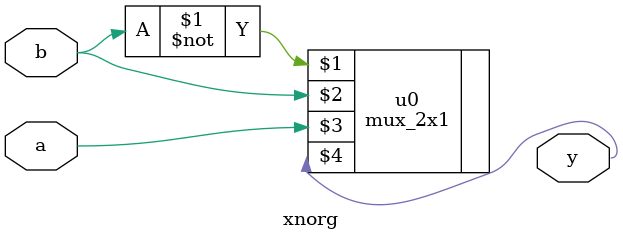
<source format=v>
`include "mux_2x1.v" 
module xnorg(a,b,y);
input a,b;
//wire c;
output y;
// mux_2x1(i0, i1, sel, y);

//assign c=a&(~a);

mux_2x1 u0(~b,b,a,y);

endmodule

</source>
